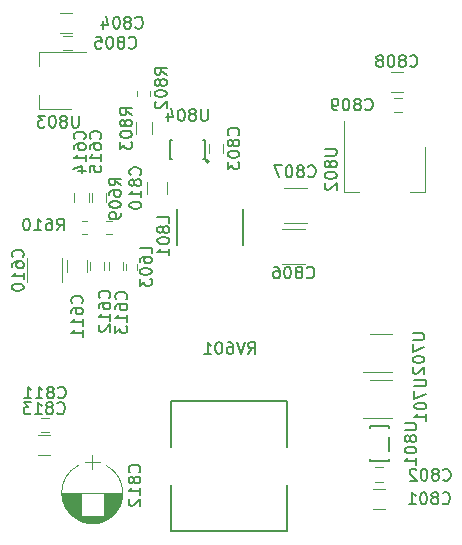
<source format=gbr>
G04 #@! TF.FileFunction,Legend,Bot*
%FSLAX46Y46*%
G04 Gerber Fmt 4.6, Leading zero omitted, Abs format (unit mm)*
G04 Created by KiCad (PCBNEW 4.0.7) date Thu Apr 12 17:40:15 2018*
%MOMM*%
%LPD*%
G01*
G04 APERTURE LIST*
%ADD10C,0.100000*%
%ADD11C,0.120000*%
%ADD12C,0.150000*%
G04 APERTURE END LIST*
D10*
D11*
X103470000Y-143300000D02*
X103470000Y-141300000D01*
X106430000Y-141300000D02*
X106430000Y-143300000D01*
X106800000Y-142450000D02*
X106800000Y-141450000D01*
X108500000Y-141450000D02*
X108500000Y-142450000D01*
X108750000Y-141600000D02*
X108750000Y-142300000D01*
X109950000Y-142300000D02*
X109950000Y-141600000D01*
X110350000Y-141600000D02*
X110350000Y-142300000D01*
X111550000Y-142300000D02*
X111550000Y-141600000D01*
X108650000Y-136500000D02*
X108650000Y-135800000D01*
X107450000Y-135800000D02*
X107450000Y-136500000D01*
X110150000Y-136500000D02*
X110150000Y-135800000D01*
X108950000Y-135800000D02*
X108950000Y-136500000D01*
X132750000Y-160850000D02*
X133750000Y-160850000D01*
X133750000Y-162550000D02*
X132750000Y-162550000D01*
X133600000Y-159000000D02*
X132900000Y-159000000D01*
X132900000Y-160200000D02*
X133600000Y-160200000D01*
X118800000Y-131650000D02*
X118800000Y-132350000D01*
X120000000Y-132350000D02*
X120000000Y-131650000D01*
X106250000Y-120550000D02*
X107250000Y-120550000D01*
X107250000Y-122250000D02*
X106250000Y-122250000D01*
X107200000Y-122500000D02*
X106500000Y-122500000D01*
X106500000Y-123700000D02*
X107200000Y-123700000D01*
X127000000Y-141780000D02*
X125000000Y-141780000D01*
X125000000Y-138820000D02*
X127000000Y-138820000D01*
X127150000Y-138330000D02*
X125150000Y-138330000D01*
X125150000Y-135370000D02*
X127150000Y-135370000D01*
X134250000Y-125550000D02*
X135250000Y-125550000D01*
X135250000Y-127250000D02*
X134250000Y-127250000D01*
X135200000Y-127750000D02*
X134500000Y-127750000D01*
X134500000Y-128950000D02*
X135200000Y-128950000D01*
X113550000Y-135850000D02*
X113550000Y-134850000D01*
X115250000Y-134850000D02*
X115250000Y-135850000D01*
X104600000Y-156000000D02*
X105300000Y-156000000D01*
X105300000Y-154800000D02*
X104600000Y-154800000D01*
X107770277Y-163455722D02*
G75*
G02X107770000Y-158844420I1179723J2305722D01*
G01*
X110129723Y-163455722D02*
G75*
G03X110130000Y-158844420I-1179723J2305722D01*
G01*
X110129723Y-163455722D02*
G75*
G02X107770000Y-163455580I-1179723J2305722D01*
G01*
X106400000Y-161150000D02*
X111500000Y-161150000D01*
X106400000Y-161190000D02*
X107970000Y-161190000D01*
X109930000Y-161190000D02*
X111500000Y-161190000D01*
X106401000Y-161230000D02*
X107970000Y-161230000D01*
X109930000Y-161230000D02*
X111499000Y-161230000D01*
X106402000Y-161270000D02*
X107970000Y-161270000D01*
X109930000Y-161270000D02*
X111498000Y-161270000D01*
X106404000Y-161310000D02*
X107970000Y-161310000D01*
X109930000Y-161310000D02*
X111496000Y-161310000D01*
X106407000Y-161350000D02*
X107970000Y-161350000D01*
X109930000Y-161350000D02*
X111493000Y-161350000D01*
X106411000Y-161390000D02*
X107970000Y-161390000D01*
X109930000Y-161390000D02*
X111489000Y-161390000D01*
X106415000Y-161430000D02*
X107970000Y-161430000D01*
X109930000Y-161430000D02*
X111485000Y-161430000D01*
X106419000Y-161470000D02*
X107970000Y-161470000D01*
X109930000Y-161470000D02*
X111481000Y-161470000D01*
X106425000Y-161510000D02*
X107970000Y-161510000D01*
X109930000Y-161510000D02*
X111475000Y-161510000D01*
X106431000Y-161550000D02*
X107970000Y-161550000D01*
X109930000Y-161550000D02*
X111469000Y-161550000D01*
X106437000Y-161590000D02*
X107970000Y-161590000D01*
X109930000Y-161590000D02*
X111463000Y-161590000D01*
X106444000Y-161630000D02*
X107970000Y-161630000D01*
X109930000Y-161630000D02*
X111456000Y-161630000D01*
X106452000Y-161670000D02*
X107970000Y-161670000D01*
X109930000Y-161670000D02*
X111448000Y-161670000D01*
X106461000Y-161710000D02*
X107970000Y-161710000D01*
X109930000Y-161710000D02*
X111439000Y-161710000D01*
X106470000Y-161750000D02*
X107970000Y-161750000D01*
X109930000Y-161750000D02*
X111430000Y-161750000D01*
X106480000Y-161790000D02*
X107970000Y-161790000D01*
X109930000Y-161790000D02*
X111420000Y-161790000D01*
X106490000Y-161830000D02*
X107970000Y-161830000D01*
X109930000Y-161830000D02*
X111410000Y-161830000D01*
X106502000Y-161871000D02*
X107970000Y-161871000D01*
X109930000Y-161871000D02*
X111398000Y-161871000D01*
X106514000Y-161911000D02*
X107970000Y-161911000D01*
X109930000Y-161911000D02*
X111386000Y-161911000D01*
X106526000Y-161951000D02*
X107970000Y-161951000D01*
X109930000Y-161951000D02*
X111374000Y-161951000D01*
X106540000Y-161991000D02*
X107970000Y-161991000D01*
X109930000Y-161991000D02*
X111360000Y-161991000D01*
X106554000Y-162031000D02*
X107970000Y-162031000D01*
X109930000Y-162031000D02*
X111346000Y-162031000D01*
X106568000Y-162071000D02*
X107970000Y-162071000D01*
X109930000Y-162071000D02*
X111332000Y-162071000D01*
X106584000Y-162111000D02*
X107970000Y-162111000D01*
X109930000Y-162111000D02*
X111316000Y-162111000D01*
X106600000Y-162151000D02*
X107970000Y-162151000D01*
X109930000Y-162151000D02*
X111300000Y-162151000D01*
X106617000Y-162191000D02*
X107970000Y-162191000D01*
X109930000Y-162191000D02*
X111283000Y-162191000D01*
X106635000Y-162231000D02*
X107970000Y-162231000D01*
X109930000Y-162231000D02*
X111265000Y-162231000D01*
X106654000Y-162271000D02*
X107970000Y-162271000D01*
X109930000Y-162271000D02*
X111246000Y-162271000D01*
X106674000Y-162311000D02*
X107970000Y-162311000D01*
X109930000Y-162311000D02*
X111226000Y-162311000D01*
X106694000Y-162351000D02*
X107970000Y-162351000D01*
X109930000Y-162351000D02*
X111206000Y-162351000D01*
X106716000Y-162391000D02*
X107970000Y-162391000D01*
X109930000Y-162391000D02*
X111184000Y-162391000D01*
X106738000Y-162431000D02*
X107970000Y-162431000D01*
X109930000Y-162431000D02*
X111162000Y-162431000D01*
X106761000Y-162471000D02*
X107970000Y-162471000D01*
X109930000Y-162471000D02*
X111139000Y-162471000D01*
X106785000Y-162511000D02*
X107970000Y-162511000D01*
X109930000Y-162511000D02*
X111115000Y-162511000D01*
X106810000Y-162551000D02*
X107970000Y-162551000D01*
X109930000Y-162551000D02*
X111090000Y-162551000D01*
X106837000Y-162591000D02*
X107970000Y-162591000D01*
X109930000Y-162591000D02*
X111063000Y-162591000D01*
X106864000Y-162631000D02*
X107970000Y-162631000D01*
X109930000Y-162631000D02*
X111036000Y-162631000D01*
X106892000Y-162671000D02*
X107970000Y-162671000D01*
X109930000Y-162671000D02*
X111008000Y-162671000D01*
X106922000Y-162711000D02*
X107970000Y-162711000D01*
X109930000Y-162711000D02*
X110978000Y-162711000D01*
X106953000Y-162751000D02*
X107970000Y-162751000D01*
X109930000Y-162751000D02*
X110947000Y-162751000D01*
X106985000Y-162791000D02*
X107970000Y-162791000D01*
X109930000Y-162791000D02*
X110915000Y-162791000D01*
X107018000Y-162831000D02*
X107970000Y-162831000D01*
X109930000Y-162831000D02*
X110882000Y-162831000D01*
X107053000Y-162871000D02*
X107970000Y-162871000D01*
X109930000Y-162871000D02*
X110847000Y-162871000D01*
X107089000Y-162911000D02*
X107970000Y-162911000D01*
X109930000Y-162911000D02*
X110811000Y-162911000D01*
X107127000Y-162951000D02*
X107970000Y-162951000D01*
X109930000Y-162951000D02*
X110773000Y-162951000D01*
X107167000Y-162991000D02*
X107970000Y-162991000D01*
X109930000Y-162991000D02*
X110733000Y-162991000D01*
X107208000Y-163031000D02*
X107970000Y-163031000D01*
X109930000Y-163031000D02*
X110692000Y-163031000D01*
X107251000Y-163071000D02*
X107970000Y-163071000D01*
X109930000Y-163071000D02*
X110649000Y-163071000D01*
X107296000Y-163111000D02*
X107970000Y-163111000D01*
X109930000Y-163111000D02*
X110604000Y-163111000D01*
X107344000Y-163151000D02*
X110556000Y-163151000D01*
X107394000Y-163191000D02*
X110506000Y-163191000D01*
X107446000Y-163231000D02*
X110454000Y-163231000D01*
X107502000Y-163271000D02*
X110398000Y-163271000D01*
X107560000Y-163311000D02*
X110340000Y-163311000D01*
X107623000Y-163351000D02*
X110277000Y-163351000D01*
X107689000Y-163391000D02*
X110211000Y-163391000D01*
X107761000Y-163431000D02*
X110139000Y-163431000D01*
X107838000Y-163471000D02*
X110062000Y-163471000D01*
X107922000Y-163511000D02*
X109978000Y-163511000D01*
X108016000Y-163551000D02*
X109884000Y-163551000D01*
X108121000Y-163591000D02*
X109779000Y-163591000D01*
X108243000Y-163631000D02*
X109657000Y-163631000D01*
X108391000Y-163671000D02*
X109509000Y-163671000D01*
X108596000Y-163711000D02*
X109304000Y-163711000D01*
X108950000Y-157950000D02*
X108950000Y-159150000D01*
X108300000Y-158550000D02*
X109600000Y-158550000D01*
X105400000Y-157950000D02*
X104400000Y-157950000D01*
X104400000Y-156250000D02*
X105400000Y-156250000D01*
X112720000Y-141750000D02*
X112720000Y-142250000D01*
X111780000Y-142250000D02*
X111780000Y-141750000D01*
D12*
X121750000Y-140150000D02*
X121750000Y-137150000D01*
X116150000Y-137150000D02*
X116150000Y-140150000D01*
D11*
X110150000Y-138170000D02*
X110650000Y-138170000D01*
X110650000Y-139230000D02*
X110150000Y-139230000D01*
X108050000Y-138170000D02*
X108550000Y-138170000D01*
X108550000Y-139230000D02*
X108050000Y-139230000D01*
X112770000Y-127600000D02*
X112770000Y-127100000D01*
X113830000Y-127100000D02*
X113830000Y-127600000D01*
X113980000Y-130800000D02*
X113980000Y-129800000D01*
X112620000Y-129800000D02*
X112620000Y-130800000D01*
D12*
X115650000Y-153400000D02*
X115650000Y-157300000D01*
X125450000Y-153400000D02*
X115650000Y-153400000D01*
X125450000Y-157300000D02*
X125450000Y-153400000D01*
X125450000Y-164400000D02*
X125450000Y-160500000D01*
X115650000Y-164400000D02*
X125450000Y-164400000D01*
X115650000Y-160500000D02*
X115650000Y-164400000D01*
D11*
X132500000Y-151590000D02*
X134300000Y-151590000D01*
X134300000Y-154810000D02*
X131850000Y-154810000D01*
X132500000Y-147690000D02*
X134300000Y-147690000D01*
X134300000Y-150910000D02*
X131850000Y-150910000D01*
D12*
X134050000Y-157600000D02*
X134050000Y-156400000D01*
X132450000Y-155500000D02*
X132450000Y-155700000D01*
X134050000Y-155500000D02*
X132450000Y-155500000D01*
X134050000Y-155700000D02*
X134050000Y-155500000D01*
X132450000Y-158500000D02*
X132450000Y-158300000D01*
X134050000Y-158500000D02*
X132450000Y-158500000D01*
X134050000Y-158300000D02*
X134050000Y-158500000D01*
D11*
X104450000Y-127450000D02*
X104450000Y-128650000D01*
X104450000Y-128650000D02*
X107150000Y-128650000D01*
X108450000Y-123850000D02*
X104450000Y-123850000D01*
X104450000Y-123850000D02*
X104450000Y-125050000D01*
D12*
X118841421Y-133081000D02*
G75*
G03X118841421Y-133081000I-141421J0D01*
G01*
X115500000Y-132881000D02*
X115700000Y-132881000D01*
X115500000Y-131281000D02*
X115500000Y-132881000D01*
X115700000Y-131281000D02*
X115500000Y-131281000D01*
X118300000Y-131281000D02*
X118500000Y-131281000D01*
X118500000Y-132881000D02*
X118300000Y-132881000D01*
X118500000Y-131281000D02*
X118500000Y-132881000D01*
D11*
X137110000Y-135660000D02*
X135850000Y-135660000D01*
X130290000Y-135660000D02*
X131550000Y-135660000D01*
X137110000Y-131900000D02*
X137110000Y-135660000D01*
X130290000Y-129650000D02*
X130290000Y-135660000D01*
D12*
X103057143Y-141180953D02*
X103104762Y-141133334D01*
X103152381Y-140990477D01*
X103152381Y-140895239D01*
X103104762Y-140752381D01*
X103009524Y-140657143D01*
X102914286Y-140609524D01*
X102723810Y-140561905D01*
X102580952Y-140561905D01*
X102390476Y-140609524D01*
X102295238Y-140657143D01*
X102200000Y-140752381D01*
X102152381Y-140895239D01*
X102152381Y-140990477D01*
X102200000Y-141133334D01*
X102247619Y-141180953D01*
X102152381Y-142038096D02*
X102152381Y-141847619D01*
X102200000Y-141752381D01*
X102247619Y-141704762D01*
X102390476Y-141609524D01*
X102580952Y-141561905D01*
X102961905Y-141561905D01*
X103057143Y-141609524D01*
X103104762Y-141657143D01*
X103152381Y-141752381D01*
X103152381Y-141942858D01*
X103104762Y-142038096D01*
X103057143Y-142085715D01*
X102961905Y-142133334D01*
X102723810Y-142133334D01*
X102628571Y-142085715D01*
X102580952Y-142038096D01*
X102533333Y-141942858D01*
X102533333Y-141752381D01*
X102580952Y-141657143D01*
X102628571Y-141609524D01*
X102723810Y-141561905D01*
X103152381Y-143085715D02*
X103152381Y-142514286D01*
X103152381Y-142800000D02*
X102152381Y-142800000D01*
X102295238Y-142704762D01*
X102390476Y-142609524D01*
X102438095Y-142514286D01*
X102152381Y-143704762D02*
X102152381Y-143800001D01*
X102200000Y-143895239D01*
X102247619Y-143942858D01*
X102342857Y-143990477D01*
X102533333Y-144038096D01*
X102771429Y-144038096D01*
X102961905Y-143990477D01*
X103057143Y-143942858D01*
X103104762Y-143895239D01*
X103152381Y-143800001D01*
X103152381Y-143704762D01*
X103104762Y-143609524D01*
X103057143Y-143561905D01*
X102961905Y-143514286D01*
X102771429Y-143466667D01*
X102533333Y-143466667D01*
X102342857Y-143514286D01*
X102247619Y-143561905D01*
X102200000Y-143609524D01*
X102152381Y-143704762D01*
X108065843Y-145096053D02*
X108113462Y-145048434D01*
X108161081Y-144905577D01*
X108161081Y-144810339D01*
X108113462Y-144667481D01*
X108018224Y-144572243D01*
X107922986Y-144524624D01*
X107732510Y-144477005D01*
X107589652Y-144477005D01*
X107399176Y-144524624D01*
X107303938Y-144572243D01*
X107208700Y-144667481D01*
X107161081Y-144810339D01*
X107161081Y-144905577D01*
X107208700Y-145048434D01*
X107256319Y-145096053D01*
X107161081Y-145953196D02*
X107161081Y-145762719D01*
X107208700Y-145667481D01*
X107256319Y-145619862D01*
X107399176Y-145524624D01*
X107589652Y-145477005D01*
X107970605Y-145477005D01*
X108065843Y-145524624D01*
X108113462Y-145572243D01*
X108161081Y-145667481D01*
X108161081Y-145857958D01*
X108113462Y-145953196D01*
X108065843Y-146000815D01*
X107970605Y-146048434D01*
X107732510Y-146048434D01*
X107637271Y-146000815D01*
X107589652Y-145953196D01*
X107542033Y-145857958D01*
X107542033Y-145667481D01*
X107589652Y-145572243D01*
X107637271Y-145524624D01*
X107732510Y-145477005D01*
X108161081Y-147000815D02*
X108161081Y-146429386D01*
X108161081Y-146715100D02*
X107161081Y-146715100D01*
X107303938Y-146619862D01*
X107399176Y-146524624D01*
X107446795Y-146429386D01*
X108161081Y-147953196D02*
X108161081Y-147381767D01*
X108161081Y-147667481D02*
X107161081Y-147667481D01*
X107303938Y-147572243D01*
X107399176Y-147477005D01*
X107446795Y-147381767D01*
X110402643Y-144664253D02*
X110450262Y-144616634D01*
X110497881Y-144473777D01*
X110497881Y-144378539D01*
X110450262Y-144235681D01*
X110355024Y-144140443D01*
X110259786Y-144092824D01*
X110069310Y-144045205D01*
X109926452Y-144045205D01*
X109735976Y-144092824D01*
X109640738Y-144140443D01*
X109545500Y-144235681D01*
X109497881Y-144378539D01*
X109497881Y-144473777D01*
X109545500Y-144616634D01*
X109593119Y-144664253D01*
X109497881Y-145521396D02*
X109497881Y-145330919D01*
X109545500Y-145235681D01*
X109593119Y-145188062D01*
X109735976Y-145092824D01*
X109926452Y-145045205D01*
X110307405Y-145045205D01*
X110402643Y-145092824D01*
X110450262Y-145140443D01*
X110497881Y-145235681D01*
X110497881Y-145426158D01*
X110450262Y-145521396D01*
X110402643Y-145569015D01*
X110307405Y-145616634D01*
X110069310Y-145616634D01*
X109974071Y-145569015D01*
X109926452Y-145521396D01*
X109878833Y-145426158D01*
X109878833Y-145235681D01*
X109926452Y-145140443D01*
X109974071Y-145092824D01*
X110069310Y-145045205D01*
X110497881Y-146569015D02*
X110497881Y-145997586D01*
X110497881Y-146283300D02*
X109497881Y-146283300D01*
X109640738Y-146188062D01*
X109735976Y-146092824D01*
X109783595Y-145997586D01*
X109593119Y-146949967D02*
X109545500Y-146997586D01*
X109497881Y-147092824D01*
X109497881Y-147330920D01*
X109545500Y-147426158D01*
X109593119Y-147473777D01*
X109688357Y-147521396D01*
X109783595Y-147521396D01*
X109926452Y-147473777D01*
X110497881Y-146902348D01*
X110497881Y-147521396D01*
X111812343Y-144753153D02*
X111859962Y-144705534D01*
X111907581Y-144562677D01*
X111907581Y-144467439D01*
X111859962Y-144324581D01*
X111764724Y-144229343D01*
X111669486Y-144181724D01*
X111479010Y-144134105D01*
X111336152Y-144134105D01*
X111145676Y-144181724D01*
X111050438Y-144229343D01*
X110955200Y-144324581D01*
X110907581Y-144467439D01*
X110907581Y-144562677D01*
X110955200Y-144705534D01*
X111002819Y-144753153D01*
X110907581Y-145610296D02*
X110907581Y-145419819D01*
X110955200Y-145324581D01*
X111002819Y-145276962D01*
X111145676Y-145181724D01*
X111336152Y-145134105D01*
X111717105Y-145134105D01*
X111812343Y-145181724D01*
X111859962Y-145229343D01*
X111907581Y-145324581D01*
X111907581Y-145515058D01*
X111859962Y-145610296D01*
X111812343Y-145657915D01*
X111717105Y-145705534D01*
X111479010Y-145705534D01*
X111383771Y-145657915D01*
X111336152Y-145610296D01*
X111288533Y-145515058D01*
X111288533Y-145324581D01*
X111336152Y-145229343D01*
X111383771Y-145181724D01*
X111479010Y-145134105D01*
X111907581Y-146657915D02*
X111907581Y-146086486D01*
X111907581Y-146372200D02*
X110907581Y-146372200D01*
X111050438Y-146276962D01*
X111145676Y-146181724D01*
X111193295Y-146086486D01*
X110907581Y-146991248D02*
X110907581Y-147610296D01*
X111288533Y-147276962D01*
X111288533Y-147419820D01*
X111336152Y-147515058D01*
X111383771Y-147562677D01*
X111479010Y-147610296D01*
X111717105Y-147610296D01*
X111812343Y-147562677D01*
X111859962Y-147515058D01*
X111907581Y-147419820D01*
X111907581Y-147134105D01*
X111859962Y-147038867D01*
X111812343Y-146991248D01*
X108294443Y-131189553D02*
X108342062Y-131141934D01*
X108389681Y-130999077D01*
X108389681Y-130903839D01*
X108342062Y-130760981D01*
X108246824Y-130665743D01*
X108151586Y-130618124D01*
X107961110Y-130570505D01*
X107818252Y-130570505D01*
X107627776Y-130618124D01*
X107532538Y-130665743D01*
X107437300Y-130760981D01*
X107389681Y-130903839D01*
X107389681Y-130999077D01*
X107437300Y-131141934D01*
X107484919Y-131189553D01*
X107389681Y-132046696D02*
X107389681Y-131856219D01*
X107437300Y-131760981D01*
X107484919Y-131713362D01*
X107627776Y-131618124D01*
X107818252Y-131570505D01*
X108199205Y-131570505D01*
X108294443Y-131618124D01*
X108342062Y-131665743D01*
X108389681Y-131760981D01*
X108389681Y-131951458D01*
X108342062Y-132046696D01*
X108294443Y-132094315D01*
X108199205Y-132141934D01*
X107961110Y-132141934D01*
X107865871Y-132094315D01*
X107818252Y-132046696D01*
X107770633Y-131951458D01*
X107770633Y-131760981D01*
X107818252Y-131665743D01*
X107865871Y-131618124D01*
X107961110Y-131570505D01*
X108389681Y-133094315D02*
X108389681Y-132522886D01*
X108389681Y-132808600D02*
X107389681Y-132808600D01*
X107532538Y-132713362D01*
X107627776Y-132618124D01*
X107675395Y-132522886D01*
X107723014Y-133951458D02*
X108389681Y-133951458D01*
X107342062Y-133713362D02*
X108056348Y-133475267D01*
X108056348Y-134094315D01*
X109640643Y-131164153D02*
X109688262Y-131116534D01*
X109735881Y-130973677D01*
X109735881Y-130878439D01*
X109688262Y-130735581D01*
X109593024Y-130640343D01*
X109497786Y-130592724D01*
X109307310Y-130545105D01*
X109164452Y-130545105D01*
X108973976Y-130592724D01*
X108878738Y-130640343D01*
X108783500Y-130735581D01*
X108735881Y-130878439D01*
X108735881Y-130973677D01*
X108783500Y-131116534D01*
X108831119Y-131164153D01*
X108735881Y-132021296D02*
X108735881Y-131830819D01*
X108783500Y-131735581D01*
X108831119Y-131687962D01*
X108973976Y-131592724D01*
X109164452Y-131545105D01*
X109545405Y-131545105D01*
X109640643Y-131592724D01*
X109688262Y-131640343D01*
X109735881Y-131735581D01*
X109735881Y-131926058D01*
X109688262Y-132021296D01*
X109640643Y-132068915D01*
X109545405Y-132116534D01*
X109307310Y-132116534D01*
X109212071Y-132068915D01*
X109164452Y-132021296D01*
X109116833Y-131926058D01*
X109116833Y-131735581D01*
X109164452Y-131640343D01*
X109212071Y-131592724D01*
X109307310Y-131545105D01*
X109735881Y-133068915D02*
X109735881Y-132497486D01*
X109735881Y-132783200D02*
X108735881Y-132783200D01*
X108878738Y-132687962D01*
X108973976Y-132592724D01*
X109021595Y-132497486D01*
X108735881Y-133973677D02*
X108735881Y-133497486D01*
X109212071Y-133449867D01*
X109164452Y-133497486D01*
X109116833Y-133592724D01*
X109116833Y-133830820D01*
X109164452Y-133926058D01*
X109212071Y-133973677D01*
X109307310Y-134021296D01*
X109545405Y-134021296D01*
X109640643Y-133973677D01*
X109688262Y-133926058D01*
X109735881Y-133830820D01*
X109735881Y-133592724D01*
X109688262Y-133497486D01*
X109640643Y-133449867D01*
X138621947Y-162015443D02*
X138669566Y-162063062D01*
X138812423Y-162110681D01*
X138907661Y-162110681D01*
X139050519Y-162063062D01*
X139145757Y-161967824D01*
X139193376Y-161872586D01*
X139240995Y-161682110D01*
X139240995Y-161539252D01*
X139193376Y-161348776D01*
X139145757Y-161253538D01*
X139050519Y-161158300D01*
X138907661Y-161110681D01*
X138812423Y-161110681D01*
X138669566Y-161158300D01*
X138621947Y-161205919D01*
X138050519Y-161539252D02*
X138145757Y-161491633D01*
X138193376Y-161444014D01*
X138240995Y-161348776D01*
X138240995Y-161301157D01*
X138193376Y-161205919D01*
X138145757Y-161158300D01*
X138050519Y-161110681D01*
X137860042Y-161110681D01*
X137764804Y-161158300D01*
X137717185Y-161205919D01*
X137669566Y-161301157D01*
X137669566Y-161348776D01*
X137717185Y-161444014D01*
X137764804Y-161491633D01*
X137860042Y-161539252D01*
X138050519Y-161539252D01*
X138145757Y-161586871D01*
X138193376Y-161634490D01*
X138240995Y-161729729D01*
X138240995Y-161920205D01*
X138193376Y-162015443D01*
X138145757Y-162063062D01*
X138050519Y-162110681D01*
X137860042Y-162110681D01*
X137764804Y-162063062D01*
X137717185Y-162015443D01*
X137669566Y-161920205D01*
X137669566Y-161729729D01*
X137717185Y-161634490D01*
X137764804Y-161586871D01*
X137860042Y-161539252D01*
X137050519Y-161110681D02*
X136955280Y-161110681D01*
X136860042Y-161158300D01*
X136812423Y-161205919D01*
X136764804Y-161301157D01*
X136717185Y-161491633D01*
X136717185Y-161729729D01*
X136764804Y-161920205D01*
X136812423Y-162015443D01*
X136860042Y-162063062D01*
X136955280Y-162110681D01*
X137050519Y-162110681D01*
X137145757Y-162063062D01*
X137193376Y-162015443D01*
X137240995Y-161920205D01*
X137288614Y-161729729D01*
X137288614Y-161491633D01*
X137240995Y-161301157D01*
X137193376Y-161205919D01*
X137145757Y-161158300D01*
X137050519Y-161110681D01*
X135764804Y-162110681D02*
X136336233Y-162110681D01*
X136050519Y-162110681D02*
X136050519Y-161110681D01*
X136145757Y-161253538D01*
X136240995Y-161348776D01*
X136336233Y-161396395D01*
X138672747Y-160034243D02*
X138720366Y-160081862D01*
X138863223Y-160129481D01*
X138958461Y-160129481D01*
X139101319Y-160081862D01*
X139196557Y-159986624D01*
X139244176Y-159891386D01*
X139291795Y-159700910D01*
X139291795Y-159558052D01*
X139244176Y-159367576D01*
X139196557Y-159272338D01*
X139101319Y-159177100D01*
X138958461Y-159129481D01*
X138863223Y-159129481D01*
X138720366Y-159177100D01*
X138672747Y-159224719D01*
X138101319Y-159558052D02*
X138196557Y-159510433D01*
X138244176Y-159462814D01*
X138291795Y-159367576D01*
X138291795Y-159319957D01*
X138244176Y-159224719D01*
X138196557Y-159177100D01*
X138101319Y-159129481D01*
X137910842Y-159129481D01*
X137815604Y-159177100D01*
X137767985Y-159224719D01*
X137720366Y-159319957D01*
X137720366Y-159367576D01*
X137767985Y-159462814D01*
X137815604Y-159510433D01*
X137910842Y-159558052D01*
X138101319Y-159558052D01*
X138196557Y-159605671D01*
X138244176Y-159653290D01*
X138291795Y-159748529D01*
X138291795Y-159939005D01*
X138244176Y-160034243D01*
X138196557Y-160081862D01*
X138101319Y-160129481D01*
X137910842Y-160129481D01*
X137815604Y-160081862D01*
X137767985Y-160034243D01*
X137720366Y-159939005D01*
X137720366Y-159748529D01*
X137767985Y-159653290D01*
X137815604Y-159605671D01*
X137910842Y-159558052D01*
X137101319Y-159129481D02*
X137006080Y-159129481D01*
X136910842Y-159177100D01*
X136863223Y-159224719D01*
X136815604Y-159319957D01*
X136767985Y-159510433D01*
X136767985Y-159748529D01*
X136815604Y-159939005D01*
X136863223Y-160034243D01*
X136910842Y-160081862D01*
X137006080Y-160129481D01*
X137101319Y-160129481D01*
X137196557Y-160081862D01*
X137244176Y-160034243D01*
X137291795Y-159939005D01*
X137339414Y-159748529D01*
X137339414Y-159510433D01*
X137291795Y-159319957D01*
X137244176Y-159224719D01*
X137196557Y-159177100D01*
X137101319Y-159129481D01*
X136387033Y-159224719D02*
X136339414Y-159177100D01*
X136244176Y-159129481D01*
X136006080Y-159129481D01*
X135910842Y-159177100D01*
X135863223Y-159224719D01*
X135815604Y-159319957D01*
X135815604Y-159415195D01*
X135863223Y-159558052D01*
X136434652Y-160129481D01*
X135815604Y-160129481D01*
X121311943Y-130872053D02*
X121359562Y-130824434D01*
X121407181Y-130681577D01*
X121407181Y-130586339D01*
X121359562Y-130443481D01*
X121264324Y-130348243D01*
X121169086Y-130300624D01*
X120978610Y-130253005D01*
X120835752Y-130253005D01*
X120645276Y-130300624D01*
X120550038Y-130348243D01*
X120454800Y-130443481D01*
X120407181Y-130586339D01*
X120407181Y-130681577D01*
X120454800Y-130824434D01*
X120502419Y-130872053D01*
X120835752Y-131443481D02*
X120788133Y-131348243D01*
X120740514Y-131300624D01*
X120645276Y-131253005D01*
X120597657Y-131253005D01*
X120502419Y-131300624D01*
X120454800Y-131348243D01*
X120407181Y-131443481D01*
X120407181Y-131633958D01*
X120454800Y-131729196D01*
X120502419Y-131776815D01*
X120597657Y-131824434D01*
X120645276Y-131824434D01*
X120740514Y-131776815D01*
X120788133Y-131729196D01*
X120835752Y-131633958D01*
X120835752Y-131443481D01*
X120883371Y-131348243D01*
X120930990Y-131300624D01*
X121026229Y-131253005D01*
X121216705Y-131253005D01*
X121311943Y-131300624D01*
X121359562Y-131348243D01*
X121407181Y-131443481D01*
X121407181Y-131633958D01*
X121359562Y-131729196D01*
X121311943Y-131776815D01*
X121216705Y-131824434D01*
X121026229Y-131824434D01*
X120930990Y-131776815D01*
X120883371Y-131729196D01*
X120835752Y-131633958D01*
X120407181Y-132443481D02*
X120407181Y-132538720D01*
X120454800Y-132633958D01*
X120502419Y-132681577D01*
X120597657Y-132729196D01*
X120788133Y-132776815D01*
X121026229Y-132776815D01*
X121216705Y-132729196D01*
X121311943Y-132681577D01*
X121359562Y-132633958D01*
X121407181Y-132538720D01*
X121407181Y-132443481D01*
X121359562Y-132348243D01*
X121311943Y-132300624D01*
X121216705Y-132253005D01*
X121026229Y-132205386D01*
X120788133Y-132205386D01*
X120597657Y-132253005D01*
X120502419Y-132300624D01*
X120454800Y-132348243D01*
X120407181Y-132443481D01*
X120407181Y-133110148D02*
X120407181Y-133729196D01*
X120788133Y-133395862D01*
X120788133Y-133538720D01*
X120835752Y-133633958D01*
X120883371Y-133681577D01*
X120978610Y-133729196D01*
X121216705Y-133729196D01*
X121311943Y-133681577D01*
X121359562Y-133633958D01*
X121407181Y-133538720D01*
X121407181Y-133253005D01*
X121359562Y-133157767D01*
X121311943Y-133110148D01*
X112612347Y-121756443D02*
X112659966Y-121804062D01*
X112802823Y-121851681D01*
X112898061Y-121851681D01*
X113040919Y-121804062D01*
X113136157Y-121708824D01*
X113183776Y-121613586D01*
X113231395Y-121423110D01*
X113231395Y-121280252D01*
X113183776Y-121089776D01*
X113136157Y-120994538D01*
X113040919Y-120899300D01*
X112898061Y-120851681D01*
X112802823Y-120851681D01*
X112659966Y-120899300D01*
X112612347Y-120946919D01*
X112040919Y-121280252D02*
X112136157Y-121232633D01*
X112183776Y-121185014D01*
X112231395Y-121089776D01*
X112231395Y-121042157D01*
X112183776Y-120946919D01*
X112136157Y-120899300D01*
X112040919Y-120851681D01*
X111850442Y-120851681D01*
X111755204Y-120899300D01*
X111707585Y-120946919D01*
X111659966Y-121042157D01*
X111659966Y-121089776D01*
X111707585Y-121185014D01*
X111755204Y-121232633D01*
X111850442Y-121280252D01*
X112040919Y-121280252D01*
X112136157Y-121327871D01*
X112183776Y-121375490D01*
X112231395Y-121470729D01*
X112231395Y-121661205D01*
X112183776Y-121756443D01*
X112136157Y-121804062D01*
X112040919Y-121851681D01*
X111850442Y-121851681D01*
X111755204Y-121804062D01*
X111707585Y-121756443D01*
X111659966Y-121661205D01*
X111659966Y-121470729D01*
X111707585Y-121375490D01*
X111755204Y-121327871D01*
X111850442Y-121280252D01*
X111040919Y-120851681D02*
X110945680Y-120851681D01*
X110850442Y-120899300D01*
X110802823Y-120946919D01*
X110755204Y-121042157D01*
X110707585Y-121232633D01*
X110707585Y-121470729D01*
X110755204Y-121661205D01*
X110802823Y-121756443D01*
X110850442Y-121804062D01*
X110945680Y-121851681D01*
X111040919Y-121851681D01*
X111136157Y-121804062D01*
X111183776Y-121756443D01*
X111231395Y-121661205D01*
X111279014Y-121470729D01*
X111279014Y-121232633D01*
X111231395Y-121042157D01*
X111183776Y-120946919D01*
X111136157Y-120899300D01*
X111040919Y-120851681D01*
X109850442Y-121185014D02*
X109850442Y-121851681D01*
X110088538Y-120804062D02*
X110326633Y-121518348D01*
X109707585Y-121518348D01*
X112053547Y-123445543D02*
X112101166Y-123493162D01*
X112244023Y-123540781D01*
X112339261Y-123540781D01*
X112482119Y-123493162D01*
X112577357Y-123397924D01*
X112624976Y-123302686D01*
X112672595Y-123112210D01*
X112672595Y-122969352D01*
X112624976Y-122778876D01*
X112577357Y-122683638D01*
X112482119Y-122588400D01*
X112339261Y-122540781D01*
X112244023Y-122540781D01*
X112101166Y-122588400D01*
X112053547Y-122636019D01*
X111482119Y-122969352D02*
X111577357Y-122921733D01*
X111624976Y-122874114D01*
X111672595Y-122778876D01*
X111672595Y-122731257D01*
X111624976Y-122636019D01*
X111577357Y-122588400D01*
X111482119Y-122540781D01*
X111291642Y-122540781D01*
X111196404Y-122588400D01*
X111148785Y-122636019D01*
X111101166Y-122731257D01*
X111101166Y-122778876D01*
X111148785Y-122874114D01*
X111196404Y-122921733D01*
X111291642Y-122969352D01*
X111482119Y-122969352D01*
X111577357Y-123016971D01*
X111624976Y-123064590D01*
X111672595Y-123159829D01*
X111672595Y-123350305D01*
X111624976Y-123445543D01*
X111577357Y-123493162D01*
X111482119Y-123540781D01*
X111291642Y-123540781D01*
X111196404Y-123493162D01*
X111148785Y-123445543D01*
X111101166Y-123350305D01*
X111101166Y-123159829D01*
X111148785Y-123064590D01*
X111196404Y-123016971D01*
X111291642Y-122969352D01*
X110482119Y-122540781D02*
X110386880Y-122540781D01*
X110291642Y-122588400D01*
X110244023Y-122636019D01*
X110196404Y-122731257D01*
X110148785Y-122921733D01*
X110148785Y-123159829D01*
X110196404Y-123350305D01*
X110244023Y-123445543D01*
X110291642Y-123493162D01*
X110386880Y-123540781D01*
X110482119Y-123540781D01*
X110577357Y-123493162D01*
X110624976Y-123445543D01*
X110672595Y-123350305D01*
X110720214Y-123159829D01*
X110720214Y-122921733D01*
X110672595Y-122731257D01*
X110624976Y-122636019D01*
X110577357Y-122588400D01*
X110482119Y-122540781D01*
X109244023Y-122540781D02*
X109720214Y-122540781D01*
X109767833Y-123016971D01*
X109720214Y-122969352D01*
X109624976Y-122921733D01*
X109386880Y-122921733D01*
X109291642Y-122969352D01*
X109244023Y-123016971D01*
X109196404Y-123112210D01*
X109196404Y-123350305D01*
X109244023Y-123445543D01*
X109291642Y-123493162D01*
X109386880Y-123540781D01*
X109624976Y-123540781D01*
X109720214Y-123493162D01*
X109767833Y-123445543D01*
X127119047Y-142907143D02*
X127166666Y-142954762D01*
X127309523Y-143002381D01*
X127404761Y-143002381D01*
X127547619Y-142954762D01*
X127642857Y-142859524D01*
X127690476Y-142764286D01*
X127738095Y-142573810D01*
X127738095Y-142430952D01*
X127690476Y-142240476D01*
X127642857Y-142145238D01*
X127547619Y-142050000D01*
X127404761Y-142002381D01*
X127309523Y-142002381D01*
X127166666Y-142050000D01*
X127119047Y-142097619D01*
X126547619Y-142430952D02*
X126642857Y-142383333D01*
X126690476Y-142335714D01*
X126738095Y-142240476D01*
X126738095Y-142192857D01*
X126690476Y-142097619D01*
X126642857Y-142050000D01*
X126547619Y-142002381D01*
X126357142Y-142002381D01*
X126261904Y-142050000D01*
X126214285Y-142097619D01*
X126166666Y-142192857D01*
X126166666Y-142240476D01*
X126214285Y-142335714D01*
X126261904Y-142383333D01*
X126357142Y-142430952D01*
X126547619Y-142430952D01*
X126642857Y-142478571D01*
X126690476Y-142526190D01*
X126738095Y-142621429D01*
X126738095Y-142811905D01*
X126690476Y-142907143D01*
X126642857Y-142954762D01*
X126547619Y-143002381D01*
X126357142Y-143002381D01*
X126261904Y-142954762D01*
X126214285Y-142907143D01*
X126166666Y-142811905D01*
X126166666Y-142621429D01*
X126214285Y-142526190D01*
X126261904Y-142478571D01*
X126357142Y-142430952D01*
X125547619Y-142002381D02*
X125452380Y-142002381D01*
X125357142Y-142050000D01*
X125309523Y-142097619D01*
X125261904Y-142192857D01*
X125214285Y-142383333D01*
X125214285Y-142621429D01*
X125261904Y-142811905D01*
X125309523Y-142907143D01*
X125357142Y-142954762D01*
X125452380Y-143002381D01*
X125547619Y-143002381D01*
X125642857Y-142954762D01*
X125690476Y-142907143D01*
X125738095Y-142811905D01*
X125785714Y-142621429D01*
X125785714Y-142383333D01*
X125738095Y-142192857D01*
X125690476Y-142097619D01*
X125642857Y-142050000D01*
X125547619Y-142002381D01*
X124357142Y-142002381D02*
X124547619Y-142002381D01*
X124642857Y-142050000D01*
X124690476Y-142097619D01*
X124785714Y-142240476D01*
X124833333Y-142430952D01*
X124833333Y-142811905D01*
X124785714Y-142907143D01*
X124738095Y-142954762D01*
X124642857Y-143002381D01*
X124452380Y-143002381D01*
X124357142Y-142954762D01*
X124309523Y-142907143D01*
X124261904Y-142811905D01*
X124261904Y-142573810D01*
X124309523Y-142478571D01*
X124357142Y-142430952D01*
X124452380Y-142383333D01*
X124642857Y-142383333D01*
X124738095Y-142430952D01*
X124785714Y-142478571D01*
X124833333Y-142573810D01*
X127242747Y-134342143D02*
X127290366Y-134389762D01*
X127433223Y-134437381D01*
X127528461Y-134437381D01*
X127671319Y-134389762D01*
X127766557Y-134294524D01*
X127814176Y-134199286D01*
X127861795Y-134008810D01*
X127861795Y-133865952D01*
X127814176Y-133675476D01*
X127766557Y-133580238D01*
X127671319Y-133485000D01*
X127528461Y-133437381D01*
X127433223Y-133437381D01*
X127290366Y-133485000D01*
X127242747Y-133532619D01*
X126671319Y-133865952D02*
X126766557Y-133818333D01*
X126814176Y-133770714D01*
X126861795Y-133675476D01*
X126861795Y-133627857D01*
X126814176Y-133532619D01*
X126766557Y-133485000D01*
X126671319Y-133437381D01*
X126480842Y-133437381D01*
X126385604Y-133485000D01*
X126337985Y-133532619D01*
X126290366Y-133627857D01*
X126290366Y-133675476D01*
X126337985Y-133770714D01*
X126385604Y-133818333D01*
X126480842Y-133865952D01*
X126671319Y-133865952D01*
X126766557Y-133913571D01*
X126814176Y-133961190D01*
X126861795Y-134056429D01*
X126861795Y-134246905D01*
X126814176Y-134342143D01*
X126766557Y-134389762D01*
X126671319Y-134437381D01*
X126480842Y-134437381D01*
X126385604Y-134389762D01*
X126337985Y-134342143D01*
X126290366Y-134246905D01*
X126290366Y-134056429D01*
X126337985Y-133961190D01*
X126385604Y-133913571D01*
X126480842Y-133865952D01*
X125671319Y-133437381D02*
X125576080Y-133437381D01*
X125480842Y-133485000D01*
X125433223Y-133532619D01*
X125385604Y-133627857D01*
X125337985Y-133818333D01*
X125337985Y-134056429D01*
X125385604Y-134246905D01*
X125433223Y-134342143D01*
X125480842Y-134389762D01*
X125576080Y-134437381D01*
X125671319Y-134437381D01*
X125766557Y-134389762D01*
X125814176Y-134342143D01*
X125861795Y-134246905D01*
X125909414Y-134056429D01*
X125909414Y-133818333D01*
X125861795Y-133627857D01*
X125814176Y-133532619D01*
X125766557Y-133485000D01*
X125671319Y-133437381D01*
X125004652Y-133437381D02*
X124337985Y-133437381D01*
X124766557Y-134437381D01*
X135869047Y-125007143D02*
X135916666Y-125054762D01*
X136059523Y-125102381D01*
X136154761Y-125102381D01*
X136297619Y-125054762D01*
X136392857Y-124959524D01*
X136440476Y-124864286D01*
X136488095Y-124673810D01*
X136488095Y-124530952D01*
X136440476Y-124340476D01*
X136392857Y-124245238D01*
X136297619Y-124150000D01*
X136154761Y-124102381D01*
X136059523Y-124102381D01*
X135916666Y-124150000D01*
X135869047Y-124197619D01*
X135297619Y-124530952D02*
X135392857Y-124483333D01*
X135440476Y-124435714D01*
X135488095Y-124340476D01*
X135488095Y-124292857D01*
X135440476Y-124197619D01*
X135392857Y-124150000D01*
X135297619Y-124102381D01*
X135107142Y-124102381D01*
X135011904Y-124150000D01*
X134964285Y-124197619D01*
X134916666Y-124292857D01*
X134916666Y-124340476D01*
X134964285Y-124435714D01*
X135011904Y-124483333D01*
X135107142Y-124530952D01*
X135297619Y-124530952D01*
X135392857Y-124578571D01*
X135440476Y-124626190D01*
X135488095Y-124721429D01*
X135488095Y-124911905D01*
X135440476Y-125007143D01*
X135392857Y-125054762D01*
X135297619Y-125102381D01*
X135107142Y-125102381D01*
X135011904Y-125054762D01*
X134964285Y-125007143D01*
X134916666Y-124911905D01*
X134916666Y-124721429D01*
X134964285Y-124626190D01*
X135011904Y-124578571D01*
X135107142Y-124530952D01*
X134297619Y-124102381D02*
X134202380Y-124102381D01*
X134107142Y-124150000D01*
X134059523Y-124197619D01*
X134011904Y-124292857D01*
X133964285Y-124483333D01*
X133964285Y-124721429D01*
X134011904Y-124911905D01*
X134059523Y-125007143D01*
X134107142Y-125054762D01*
X134202380Y-125102381D01*
X134297619Y-125102381D01*
X134392857Y-125054762D01*
X134440476Y-125007143D01*
X134488095Y-124911905D01*
X134535714Y-124721429D01*
X134535714Y-124483333D01*
X134488095Y-124292857D01*
X134440476Y-124197619D01*
X134392857Y-124150000D01*
X134297619Y-124102381D01*
X133392857Y-124530952D02*
X133488095Y-124483333D01*
X133535714Y-124435714D01*
X133583333Y-124340476D01*
X133583333Y-124292857D01*
X133535714Y-124197619D01*
X133488095Y-124150000D01*
X133392857Y-124102381D01*
X133202380Y-124102381D01*
X133107142Y-124150000D01*
X133059523Y-124197619D01*
X133011904Y-124292857D01*
X133011904Y-124340476D01*
X133059523Y-124435714D01*
X133107142Y-124483333D01*
X133202380Y-124530952D01*
X133392857Y-124530952D01*
X133488095Y-124578571D01*
X133535714Y-124626190D01*
X133583333Y-124721429D01*
X133583333Y-124911905D01*
X133535714Y-125007143D01*
X133488095Y-125054762D01*
X133392857Y-125102381D01*
X133202380Y-125102381D01*
X133107142Y-125054762D01*
X133059523Y-125007143D01*
X133011904Y-124911905D01*
X133011904Y-124721429D01*
X133059523Y-124626190D01*
X133107142Y-124578571D01*
X133202380Y-124530952D01*
X132068747Y-128690643D02*
X132116366Y-128738262D01*
X132259223Y-128785881D01*
X132354461Y-128785881D01*
X132497319Y-128738262D01*
X132592557Y-128643024D01*
X132640176Y-128547786D01*
X132687795Y-128357310D01*
X132687795Y-128214452D01*
X132640176Y-128023976D01*
X132592557Y-127928738D01*
X132497319Y-127833500D01*
X132354461Y-127785881D01*
X132259223Y-127785881D01*
X132116366Y-127833500D01*
X132068747Y-127881119D01*
X131497319Y-128214452D02*
X131592557Y-128166833D01*
X131640176Y-128119214D01*
X131687795Y-128023976D01*
X131687795Y-127976357D01*
X131640176Y-127881119D01*
X131592557Y-127833500D01*
X131497319Y-127785881D01*
X131306842Y-127785881D01*
X131211604Y-127833500D01*
X131163985Y-127881119D01*
X131116366Y-127976357D01*
X131116366Y-128023976D01*
X131163985Y-128119214D01*
X131211604Y-128166833D01*
X131306842Y-128214452D01*
X131497319Y-128214452D01*
X131592557Y-128262071D01*
X131640176Y-128309690D01*
X131687795Y-128404929D01*
X131687795Y-128595405D01*
X131640176Y-128690643D01*
X131592557Y-128738262D01*
X131497319Y-128785881D01*
X131306842Y-128785881D01*
X131211604Y-128738262D01*
X131163985Y-128690643D01*
X131116366Y-128595405D01*
X131116366Y-128404929D01*
X131163985Y-128309690D01*
X131211604Y-128262071D01*
X131306842Y-128214452D01*
X130497319Y-127785881D02*
X130402080Y-127785881D01*
X130306842Y-127833500D01*
X130259223Y-127881119D01*
X130211604Y-127976357D01*
X130163985Y-128166833D01*
X130163985Y-128404929D01*
X130211604Y-128595405D01*
X130259223Y-128690643D01*
X130306842Y-128738262D01*
X130402080Y-128785881D01*
X130497319Y-128785881D01*
X130592557Y-128738262D01*
X130640176Y-128690643D01*
X130687795Y-128595405D01*
X130735414Y-128404929D01*
X130735414Y-128166833D01*
X130687795Y-127976357D01*
X130640176Y-127881119D01*
X130592557Y-127833500D01*
X130497319Y-127785881D01*
X129687795Y-128785881D02*
X129497319Y-128785881D01*
X129402080Y-128738262D01*
X129354461Y-128690643D01*
X129259223Y-128547786D01*
X129211604Y-128357310D01*
X129211604Y-127976357D01*
X129259223Y-127881119D01*
X129306842Y-127833500D01*
X129402080Y-127785881D01*
X129592557Y-127785881D01*
X129687795Y-127833500D01*
X129735414Y-127881119D01*
X129783033Y-127976357D01*
X129783033Y-128214452D01*
X129735414Y-128309690D01*
X129687795Y-128357310D01*
X129592557Y-128404929D01*
X129402080Y-128404929D01*
X129306842Y-128357310D01*
X129259223Y-128309690D01*
X129211604Y-128214452D01*
X113007143Y-134230953D02*
X113054762Y-134183334D01*
X113102381Y-134040477D01*
X113102381Y-133945239D01*
X113054762Y-133802381D01*
X112959524Y-133707143D01*
X112864286Y-133659524D01*
X112673810Y-133611905D01*
X112530952Y-133611905D01*
X112340476Y-133659524D01*
X112245238Y-133707143D01*
X112150000Y-133802381D01*
X112102381Y-133945239D01*
X112102381Y-134040477D01*
X112150000Y-134183334D01*
X112197619Y-134230953D01*
X112530952Y-134802381D02*
X112483333Y-134707143D01*
X112435714Y-134659524D01*
X112340476Y-134611905D01*
X112292857Y-134611905D01*
X112197619Y-134659524D01*
X112150000Y-134707143D01*
X112102381Y-134802381D01*
X112102381Y-134992858D01*
X112150000Y-135088096D01*
X112197619Y-135135715D01*
X112292857Y-135183334D01*
X112340476Y-135183334D01*
X112435714Y-135135715D01*
X112483333Y-135088096D01*
X112530952Y-134992858D01*
X112530952Y-134802381D01*
X112578571Y-134707143D01*
X112626190Y-134659524D01*
X112721429Y-134611905D01*
X112911905Y-134611905D01*
X113007143Y-134659524D01*
X113054762Y-134707143D01*
X113102381Y-134802381D01*
X113102381Y-134992858D01*
X113054762Y-135088096D01*
X113007143Y-135135715D01*
X112911905Y-135183334D01*
X112721429Y-135183334D01*
X112626190Y-135135715D01*
X112578571Y-135088096D01*
X112530952Y-134992858D01*
X113102381Y-136135715D02*
X113102381Y-135564286D01*
X113102381Y-135850000D02*
X112102381Y-135850000D01*
X112245238Y-135754762D01*
X112340476Y-135659524D01*
X112388095Y-135564286D01*
X112102381Y-136754762D02*
X112102381Y-136850001D01*
X112150000Y-136945239D01*
X112197619Y-136992858D01*
X112292857Y-137040477D01*
X112483333Y-137088096D01*
X112721429Y-137088096D01*
X112911905Y-137040477D01*
X113007143Y-136992858D01*
X113054762Y-136945239D01*
X113102381Y-136850001D01*
X113102381Y-136754762D01*
X113054762Y-136659524D01*
X113007143Y-136611905D01*
X112911905Y-136564286D01*
X112721429Y-136516667D01*
X112483333Y-136516667D01*
X112292857Y-136564286D01*
X112197619Y-136611905D01*
X112150000Y-136659524D01*
X112102381Y-136754762D01*
X106071847Y-153061943D02*
X106119466Y-153109562D01*
X106262323Y-153157181D01*
X106357561Y-153157181D01*
X106500419Y-153109562D01*
X106595657Y-153014324D01*
X106643276Y-152919086D01*
X106690895Y-152728610D01*
X106690895Y-152585752D01*
X106643276Y-152395276D01*
X106595657Y-152300038D01*
X106500419Y-152204800D01*
X106357561Y-152157181D01*
X106262323Y-152157181D01*
X106119466Y-152204800D01*
X106071847Y-152252419D01*
X105500419Y-152585752D02*
X105595657Y-152538133D01*
X105643276Y-152490514D01*
X105690895Y-152395276D01*
X105690895Y-152347657D01*
X105643276Y-152252419D01*
X105595657Y-152204800D01*
X105500419Y-152157181D01*
X105309942Y-152157181D01*
X105214704Y-152204800D01*
X105167085Y-152252419D01*
X105119466Y-152347657D01*
X105119466Y-152395276D01*
X105167085Y-152490514D01*
X105214704Y-152538133D01*
X105309942Y-152585752D01*
X105500419Y-152585752D01*
X105595657Y-152633371D01*
X105643276Y-152680990D01*
X105690895Y-152776229D01*
X105690895Y-152966705D01*
X105643276Y-153061943D01*
X105595657Y-153109562D01*
X105500419Y-153157181D01*
X105309942Y-153157181D01*
X105214704Y-153109562D01*
X105167085Y-153061943D01*
X105119466Y-152966705D01*
X105119466Y-152776229D01*
X105167085Y-152680990D01*
X105214704Y-152633371D01*
X105309942Y-152585752D01*
X104167085Y-153157181D02*
X104738514Y-153157181D01*
X104452800Y-153157181D02*
X104452800Y-152157181D01*
X104548038Y-152300038D01*
X104643276Y-152395276D01*
X104738514Y-152442895D01*
X103214704Y-153157181D02*
X103786133Y-153157181D01*
X103500419Y-153157181D02*
X103500419Y-152157181D01*
X103595657Y-152300038D01*
X103690895Y-152395276D01*
X103786133Y-152442895D01*
X112929943Y-159408953D02*
X112977562Y-159361334D01*
X113025181Y-159218477D01*
X113025181Y-159123239D01*
X112977562Y-158980381D01*
X112882324Y-158885143D01*
X112787086Y-158837524D01*
X112596610Y-158789905D01*
X112453752Y-158789905D01*
X112263276Y-158837524D01*
X112168038Y-158885143D01*
X112072800Y-158980381D01*
X112025181Y-159123239D01*
X112025181Y-159218477D01*
X112072800Y-159361334D01*
X112120419Y-159408953D01*
X112453752Y-159980381D02*
X112406133Y-159885143D01*
X112358514Y-159837524D01*
X112263276Y-159789905D01*
X112215657Y-159789905D01*
X112120419Y-159837524D01*
X112072800Y-159885143D01*
X112025181Y-159980381D01*
X112025181Y-160170858D01*
X112072800Y-160266096D01*
X112120419Y-160313715D01*
X112215657Y-160361334D01*
X112263276Y-160361334D01*
X112358514Y-160313715D01*
X112406133Y-160266096D01*
X112453752Y-160170858D01*
X112453752Y-159980381D01*
X112501371Y-159885143D01*
X112548990Y-159837524D01*
X112644229Y-159789905D01*
X112834705Y-159789905D01*
X112929943Y-159837524D01*
X112977562Y-159885143D01*
X113025181Y-159980381D01*
X113025181Y-160170858D01*
X112977562Y-160266096D01*
X112929943Y-160313715D01*
X112834705Y-160361334D01*
X112644229Y-160361334D01*
X112548990Y-160313715D01*
X112501371Y-160266096D01*
X112453752Y-160170858D01*
X113025181Y-161313715D02*
X113025181Y-160742286D01*
X113025181Y-161028000D02*
X112025181Y-161028000D01*
X112168038Y-160932762D01*
X112263276Y-160837524D01*
X112310895Y-160742286D01*
X112120419Y-161694667D02*
X112072800Y-161742286D01*
X112025181Y-161837524D01*
X112025181Y-162075620D01*
X112072800Y-162170858D01*
X112120419Y-162218477D01*
X112215657Y-162266096D01*
X112310895Y-162266096D01*
X112453752Y-162218477D01*
X113025181Y-161647048D01*
X113025181Y-162266096D01*
X106008347Y-154395443D02*
X106055966Y-154443062D01*
X106198823Y-154490681D01*
X106294061Y-154490681D01*
X106436919Y-154443062D01*
X106532157Y-154347824D01*
X106579776Y-154252586D01*
X106627395Y-154062110D01*
X106627395Y-153919252D01*
X106579776Y-153728776D01*
X106532157Y-153633538D01*
X106436919Y-153538300D01*
X106294061Y-153490681D01*
X106198823Y-153490681D01*
X106055966Y-153538300D01*
X106008347Y-153585919D01*
X105436919Y-153919252D02*
X105532157Y-153871633D01*
X105579776Y-153824014D01*
X105627395Y-153728776D01*
X105627395Y-153681157D01*
X105579776Y-153585919D01*
X105532157Y-153538300D01*
X105436919Y-153490681D01*
X105246442Y-153490681D01*
X105151204Y-153538300D01*
X105103585Y-153585919D01*
X105055966Y-153681157D01*
X105055966Y-153728776D01*
X105103585Y-153824014D01*
X105151204Y-153871633D01*
X105246442Y-153919252D01*
X105436919Y-153919252D01*
X105532157Y-153966871D01*
X105579776Y-154014490D01*
X105627395Y-154109729D01*
X105627395Y-154300205D01*
X105579776Y-154395443D01*
X105532157Y-154443062D01*
X105436919Y-154490681D01*
X105246442Y-154490681D01*
X105151204Y-154443062D01*
X105103585Y-154395443D01*
X105055966Y-154300205D01*
X105055966Y-154109729D01*
X105103585Y-154014490D01*
X105151204Y-153966871D01*
X105246442Y-153919252D01*
X104103585Y-154490681D02*
X104675014Y-154490681D01*
X104389300Y-154490681D02*
X104389300Y-153490681D01*
X104484538Y-153633538D01*
X104579776Y-153728776D01*
X104675014Y-153776395D01*
X103770252Y-153490681D02*
X103151204Y-153490681D01*
X103484538Y-153871633D01*
X103341680Y-153871633D01*
X103246442Y-153919252D01*
X103198823Y-153966871D01*
X103151204Y-154062110D01*
X103151204Y-154300205D01*
X103198823Y-154395443D01*
X103246442Y-154443062D01*
X103341680Y-154490681D01*
X103627395Y-154490681D01*
X103722633Y-154443062D01*
X103770252Y-154395443D01*
X113972381Y-140880953D02*
X113972381Y-140404762D01*
X112972381Y-140404762D01*
X112972381Y-141642858D02*
X112972381Y-141452381D01*
X113020000Y-141357143D01*
X113067619Y-141309524D01*
X113210476Y-141214286D01*
X113400952Y-141166667D01*
X113781905Y-141166667D01*
X113877143Y-141214286D01*
X113924762Y-141261905D01*
X113972381Y-141357143D01*
X113972381Y-141547620D01*
X113924762Y-141642858D01*
X113877143Y-141690477D01*
X113781905Y-141738096D01*
X113543810Y-141738096D01*
X113448571Y-141690477D01*
X113400952Y-141642858D01*
X113353333Y-141547620D01*
X113353333Y-141357143D01*
X113400952Y-141261905D01*
X113448571Y-141214286D01*
X113543810Y-141166667D01*
X112972381Y-142357143D02*
X112972381Y-142452382D01*
X113020000Y-142547620D01*
X113067619Y-142595239D01*
X113162857Y-142642858D01*
X113353333Y-142690477D01*
X113591429Y-142690477D01*
X113781905Y-142642858D01*
X113877143Y-142595239D01*
X113924762Y-142547620D01*
X113972381Y-142452382D01*
X113972381Y-142357143D01*
X113924762Y-142261905D01*
X113877143Y-142214286D01*
X113781905Y-142166667D01*
X113591429Y-142119048D01*
X113353333Y-142119048D01*
X113162857Y-142166667D01*
X113067619Y-142214286D01*
X113020000Y-142261905D01*
X112972381Y-142357143D01*
X112972381Y-143023810D02*
X112972381Y-143642858D01*
X113353333Y-143309524D01*
X113353333Y-143452382D01*
X113400952Y-143547620D01*
X113448571Y-143595239D01*
X113543810Y-143642858D01*
X113781905Y-143642858D01*
X113877143Y-143595239D01*
X113924762Y-143547620D01*
X113972381Y-143452382D01*
X113972381Y-143166667D01*
X113924762Y-143071429D01*
X113877143Y-143023810D01*
X115476281Y-138288853D02*
X115476281Y-137812662D01*
X114476281Y-137812662D01*
X114904852Y-138765043D02*
X114857233Y-138669805D01*
X114809614Y-138622186D01*
X114714376Y-138574567D01*
X114666757Y-138574567D01*
X114571519Y-138622186D01*
X114523900Y-138669805D01*
X114476281Y-138765043D01*
X114476281Y-138955520D01*
X114523900Y-139050758D01*
X114571519Y-139098377D01*
X114666757Y-139145996D01*
X114714376Y-139145996D01*
X114809614Y-139098377D01*
X114857233Y-139050758D01*
X114904852Y-138955520D01*
X114904852Y-138765043D01*
X114952471Y-138669805D01*
X115000090Y-138622186D01*
X115095329Y-138574567D01*
X115285805Y-138574567D01*
X115381043Y-138622186D01*
X115428662Y-138669805D01*
X115476281Y-138765043D01*
X115476281Y-138955520D01*
X115428662Y-139050758D01*
X115381043Y-139098377D01*
X115285805Y-139145996D01*
X115095329Y-139145996D01*
X115000090Y-139098377D01*
X114952471Y-139050758D01*
X114904852Y-138955520D01*
X114476281Y-139765043D02*
X114476281Y-139860282D01*
X114523900Y-139955520D01*
X114571519Y-140003139D01*
X114666757Y-140050758D01*
X114857233Y-140098377D01*
X115095329Y-140098377D01*
X115285805Y-140050758D01*
X115381043Y-140003139D01*
X115428662Y-139955520D01*
X115476281Y-139860282D01*
X115476281Y-139765043D01*
X115428662Y-139669805D01*
X115381043Y-139622186D01*
X115285805Y-139574567D01*
X115095329Y-139526948D01*
X114857233Y-139526948D01*
X114666757Y-139574567D01*
X114571519Y-139622186D01*
X114523900Y-139669805D01*
X114476281Y-139765043D01*
X115476281Y-141050758D02*
X115476281Y-140479329D01*
X115476281Y-140765043D02*
X114476281Y-140765043D01*
X114619138Y-140669805D01*
X114714376Y-140574567D01*
X114761995Y-140479329D01*
X111386881Y-135126553D02*
X110910690Y-134793219D01*
X111386881Y-134555124D02*
X110386881Y-134555124D01*
X110386881Y-134936077D01*
X110434500Y-135031315D01*
X110482119Y-135078934D01*
X110577357Y-135126553D01*
X110720214Y-135126553D01*
X110815452Y-135078934D01*
X110863071Y-135031315D01*
X110910690Y-134936077D01*
X110910690Y-134555124D01*
X110386881Y-135983696D02*
X110386881Y-135793219D01*
X110434500Y-135697981D01*
X110482119Y-135650362D01*
X110624976Y-135555124D01*
X110815452Y-135507505D01*
X111196405Y-135507505D01*
X111291643Y-135555124D01*
X111339262Y-135602743D01*
X111386881Y-135697981D01*
X111386881Y-135888458D01*
X111339262Y-135983696D01*
X111291643Y-136031315D01*
X111196405Y-136078934D01*
X110958310Y-136078934D01*
X110863071Y-136031315D01*
X110815452Y-135983696D01*
X110767833Y-135888458D01*
X110767833Y-135697981D01*
X110815452Y-135602743D01*
X110863071Y-135555124D01*
X110958310Y-135507505D01*
X110386881Y-136697981D02*
X110386881Y-136793220D01*
X110434500Y-136888458D01*
X110482119Y-136936077D01*
X110577357Y-136983696D01*
X110767833Y-137031315D01*
X111005929Y-137031315D01*
X111196405Y-136983696D01*
X111291643Y-136936077D01*
X111339262Y-136888458D01*
X111386881Y-136793220D01*
X111386881Y-136697981D01*
X111339262Y-136602743D01*
X111291643Y-136555124D01*
X111196405Y-136507505D01*
X111005929Y-136459886D01*
X110767833Y-136459886D01*
X110577357Y-136507505D01*
X110482119Y-136555124D01*
X110434500Y-136602743D01*
X110386881Y-136697981D01*
X111386881Y-137507505D02*
X111386881Y-137697981D01*
X111339262Y-137793220D01*
X111291643Y-137840839D01*
X111148786Y-137936077D01*
X110958310Y-137983696D01*
X110577357Y-137983696D01*
X110482119Y-137936077D01*
X110434500Y-137888458D01*
X110386881Y-137793220D01*
X110386881Y-137602743D01*
X110434500Y-137507505D01*
X110482119Y-137459886D01*
X110577357Y-137412267D01*
X110815452Y-137412267D01*
X110910690Y-137459886D01*
X110958310Y-137507505D01*
X111005929Y-137602743D01*
X111005929Y-137793220D01*
X110958310Y-137888458D01*
X110910690Y-137936077D01*
X110815452Y-137983696D01*
X105957547Y-138945881D02*
X106290881Y-138469690D01*
X106528976Y-138945881D02*
X106528976Y-137945881D01*
X106148023Y-137945881D01*
X106052785Y-137993500D01*
X106005166Y-138041119D01*
X105957547Y-138136357D01*
X105957547Y-138279214D01*
X106005166Y-138374452D01*
X106052785Y-138422071D01*
X106148023Y-138469690D01*
X106528976Y-138469690D01*
X105100404Y-137945881D02*
X105290881Y-137945881D01*
X105386119Y-137993500D01*
X105433738Y-138041119D01*
X105528976Y-138183976D01*
X105576595Y-138374452D01*
X105576595Y-138755405D01*
X105528976Y-138850643D01*
X105481357Y-138898262D01*
X105386119Y-138945881D01*
X105195642Y-138945881D01*
X105100404Y-138898262D01*
X105052785Y-138850643D01*
X105005166Y-138755405D01*
X105005166Y-138517310D01*
X105052785Y-138422071D01*
X105100404Y-138374452D01*
X105195642Y-138326833D01*
X105386119Y-138326833D01*
X105481357Y-138374452D01*
X105528976Y-138422071D01*
X105576595Y-138517310D01*
X104052785Y-138945881D02*
X104624214Y-138945881D01*
X104338500Y-138945881D02*
X104338500Y-137945881D01*
X104433738Y-138088738D01*
X104528976Y-138183976D01*
X104624214Y-138231595D01*
X103433738Y-137945881D02*
X103338499Y-137945881D01*
X103243261Y-137993500D01*
X103195642Y-138041119D01*
X103148023Y-138136357D01*
X103100404Y-138326833D01*
X103100404Y-138564929D01*
X103148023Y-138755405D01*
X103195642Y-138850643D01*
X103243261Y-138898262D01*
X103338499Y-138945881D01*
X103433738Y-138945881D01*
X103528976Y-138898262D01*
X103576595Y-138850643D01*
X103624214Y-138755405D01*
X103671833Y-138564929D01*
X103671833Y-138326833D01*
X103624214Y-138136357D01*
X103576595Y-138041119D01*
X103528976Y-137993500D01*
X103433738Y-137945881D01*
X115247681Y-125741253D02*
X114771490Y-125407919D01*
X115247681Y-125169824D02*
X114247681Y-125169824D01*
X114247681Y-125550777D01*
X114295300Y-125646015D01*
X114342919Y-125693634D01*
X114438157Y-125741253D01*
X114581014Y-125741253D01*
X114676252Y-125693634D01*
X114723871Y-125646015D01*
X114771490Y-125550777D01*
X114771490Y-125169824D01*
X114676252Y-126312681D02*
X114628633Y-126217443D01*
X114581014Y-126169824D01*
X114485776Y-126122205D01*
X114438157Y-126122205D01*
X114342919Y-126169824D01*
X114295300Y-126217443D01*
X114247681Y-126312681D01*
X114247681Y-126503158D01*
X114295300Y-126598396D01*
X114342919Y-126646015D01*
X114438157Y-126693634D01*
X114485776Y-126693634D01*
X114581014Y-126646015D01*
X114628633Y-126598396D01*
X114676252Y-126503158D01*
X114676252Y-126312681D01*
X114723871Y-126217443D01*
X114771490Y-126169824D01*
X114866729Y-126122205D01*
X115057205Y-126122205D01*
X115152443Y-126169824D01*
X115200062Y-126217443D01*
X115247681Y-126312681D01*
X115247681Y-126503158D01*
X115200062Y-126598396D01*
X115152443Y-126646015D01*
X115057205Y-126693634D01*
X114866729Y-126693634D01*
X114771490Y-126646015D01*
X114723871Y-126598396D01*
X114676252Y-126503158D01*
X114247681Y-127312681D02*
X114247681Y-127407920D01*
X114295300Y-127503158D01*
X114342919Y-127550777D01*
X114438157Y-127598396D01*
X114628633Y-127646015D01*
X114866729Y-127646015D01*
X115057205Y-127598396D01*
X115152443Y-127550777D01*
X115200062Y-127503158D01*
X115247681Y-127407920D01*
X115247681Y-127312681D01*
X115200062Y-127217443D01*
X115152443Y-127169824D01*
X115057205Y-127122205D01*
X114866729Y-127074586D01*
X114628633Y-127074586D01*
X114438157Y-127122205D01*
X114342919Y-127169824D01*
X114295300Y-127217443D01*
X114247681Y-127312681D01*
X114342919Y-128026967D02*
X114295300Y-128074586D01*
X114247681Y-128169824D01*
X114247681Y-128407920D01*
X114295300Y-128503158D01*
X114342919Y-128550777D01*
X114438157Y-128598396D01*
X114533395Y-128598396D01*
X114676252Y-128550777D01*
X115247681Y-127979348D01*
X115247681Y-128598396D01*
X112302381Y-129180953D02*
X111826190Y-128847619D01*
X112302381Y-128609524D02*
X111302381Y-128609524D01*
X111302381Y-128990477D01*
X111350000Y-129085715D01*
X111397619Y-129133334D01*
X111492857Y-129180953D01*
X111635714Y-129180953D01*
X111730952Y-129133334D01*
X111778571Y-129085715D01*
X111826190Y-128990477D01*
X111826190Y-128609524D01*
X111730952Y-129752381D02*
X111683333Y-129657143D01*
X111635714Y-129609524D01*
X111540476Y-129561905D01*
X111492857Y-129561905D01*
X111397619Y-129609524D01*
X111350000Y-129657143D01*
X111302381Y-129752381D01*
X111302381Y-129942858D01*
X111350000Y-130038096D01*
X111397619Y-130085715D01*
X111492857Y-130133334D01*
X111540476Y-130133334D01*
X111635714Y-130085715D01*
X111683333Y-130038096D01*
X111730952Y-129942858D01*
X111730952Y-129752381D01*
X111778571Y-129657143D01*
X111826190Y-129609524D01*
X111921429Y-129561905D01*
X112111905Y-129561905D01*
X112207143Y-129609524D01*
X112254762Y-129657143D01*
X112302381Y-129752381D01*
X112302381Y-129942858D01*
X112254762Y-130038096D01*
X112207143Y-130085715D01*
X112111905Y-130133334D01*
X111921429Y-130133334D01*
X111826190Y-130085715D01*
X111778571Y-130038096D01*
X111730952Y-129942858D01*
X111302381Y-130752381D02*
X111302381Y-130847620D01*
X111350000Y-130942858D01*
X111397619Y-130990477D01*
X111492857Y-131038096D01*
X111683333Y-131085715D01*
X111921429Y-131085715D01*
X112111905Y-131038096D01*
X112207143Y-130990477D01*
X112254762Y-130942858D01*
X112302381Y-130847620D01*
X112302381Y-130752381D01*
X112254762Y-130657143D01*
X112207143Y-130609524D01*
X112111905Y-130561905D01*
X111921429Y-130514286D01*
X111683333Y-130514286D01*
X111492857Y-130561905D01*
X111397619Y-130609524D01*
X111350000Y-130657143D01*
X111302381Y-130752381D01*
X111302381Y-131419048D02*
X111302381Y-132038096D01*
X111683333Y-131704762D01*
X111683333Y-131847620D01*
X111730952Y-131942858D01*
X111778571Y-131990477D01*
X111873810Y-132038096D01*
X112111905Y-132038096D01*
X112207143Y-131990477D01*
X112254762Y-131942858D01*
X112302381Y-131847620D01*
X112302381Y-131561905D01*
X112254762Y-131466667D01*
X112207143Y-131419048D01*
X122147619Y-149402381D02*
X122480953Y-148926190D01*
X122719048Y-149402381D02*
X122719048Y-148402381D01*
X122338095Y-148402381D01*
X122242857Y-148450000D01*
X122195238Y-148497619D01*
X122147619Y-148592857D01*
X122147619Y-148735714D01*
X122195238Y-148830952D01*
X122242857Y-148878571D01*
X122338095Y-148926190D01*
X122719048Y-148926190D01*
X121861905Y-148402381D02*
X121528572Y-149402381D01*
X121195238Y-148402381D01*
X120433333Y-148402381D02*
X120623810Y-148402381D01*
X120719048Y-148450000D01*
X120766667Y-148497619D01*
X120861905Y-148640476D01*
X120909524Y-148830952D01*
X120909524Y-149211905D01*
X120861905Y-149307143D01*
X120814286Y-149354762D01*
X120719048Y-149402381D01*
X120528571Y-149402381D01*
X120433333Y-149354762D01*
X120385714Y-149307143D01*
X120338095Y-149211905D01*
X120338095Y-148973810D01*
X120385714Y-148878571D01*
X120433333Y-148830952D01*
X120528571Y-148783333D01*
X120719048Y-148783333D01*
X120814286Y-148830952D01*
X120861905Y-148878571D01*
X120909524Y-148973810D01*
X119719048Y-148402381D02*
X119623809Y-148402381D01*
X119528571Y-148450000D01*
X119480952Y-148497619D01*
X119433333Y-148592857D01*
X119385714Y-148783333D01*
X119385714Y-149021429D01*
X119433333Y-149211905D01*
X119480952Y-149307143D01*
X119528571Y-149354762D01*
X119623809Y-149402381D01*
X119719048Y-149402381D01*
X119814286Y-149354762D01*
X119861905Y-149307143D01*
X119909524Y-149211905D01*
X119957143Y-149021429D01*
X119957143Y-148783333D01*
X119909524Y-148592857D01*
X119861905Y-148497619D01*
X119814286Y-148450000D01*
X119719048Y-148402381D01*
X118433333Y-149402381D02*
X119004762Y-149402381D01*
X118719048Y-149402381D02*
X118719048Y-148402381D01*
X118814286Y-148545238D01*
X118909524Y-148640476D01*
X119004762Y-148688095D01*
X136231381Y-151574714D02*
X137040905Y-151574714D01*
X137136143Y-151622333D01*
X137183762Y-151669952D01*
X137231381Y-151765190D01*
X137231381Y-151955667D01*
X137183762Y-152050905D01*
X137136143Y-152098524D01*
X137040905Y-152146143D01*
X136231381Y-152146143D01*
X136231381Y-152527095D02*
X136231381Y-153193762D01*
X137231381Y-152765190D01*
X136231381Y-153765190D02*
X136231381Y-153860429D01*
X136279000Y-153955667D01*
X136326619Y-154003286D01*
X136421857Y-154050905D01*
X136612333Y-154098524D01*
X136850429Y-154098524D01*
X137040905Y-154050905D01*
X137136143Y-154003286D01*
X137183762Y-153955667D01*
X137231381Y-153860429D01*
X137231381Y-153765190D01*
X137183762Y-153669952D01*
X137136143Y-153622333D01*
X137040905Y-153574714D01*
X136850429Y-153527095D01*
X136612333Y-153527095D01*
X136421857Y-153574714D01*
X136326619Y-153622333D01*
X136279000Y-153669952D01*
X136231381Y-153765190D01*
X137231381Y-155050905D02*
X137231381Y-154479476D01*
X137231381Y-154765190D02*
X136231381Y-154765190D01*
X136374238Y-154669952D01*
X136469476Y-154574714D01*
X136517095Y-154479476D01*
X136078981Y-147625014D02*
X136888505Y-147625014D01*
X136983743Y-147672633D01*
X137031362Y-147720252D01*
X137078981Y-147815490D01*
X137078981Y-148005967D01*
X137031362Y-148101205D01*
X136983743Y-148148824D01*
X136888505Y-148196443D01*
X136078981Y-148196443D01*
X136078981Y-148577395D02*
X136078981Y-149244062D01*
X137078981Y-148815490D01*
X136078981Y-149815490D02*
X136078981Y-149910729D01*
X136126600Y-150005967D01*
X136174219Y-150053586D01*
X136269457Y-150101205D01*
X136459933Y-150148824D01*
X136698029Y-150148824D01*
X136888505Y-150101205D01*
X136983743Y-150053586D01*
X137031362Y-150005967D01*
X137078981Y-149910729D01*
X137078981Y-149815490D01*
X137031362Y-149720252D01*
X136983743Y-149672633D01*
X136888505Y-149625014D01*
X136698029Y-149577395D01*
X136459933Y-149577395D01*
X136269457Y-149625014D01*
X136174219Y-149672633D01*
X136126600Y-149720252D01*
X136078981Y-149815490D01*
X136174219Y-150529776D02*
X136126600Y-150577395D01*
X136078981Y-150672633D01*
X136078981Y-150910729D01*
X136126600Y-151005967D01*
X136174219Y-151053586D01*
X136269457Y-151101205D01*
X136364695Y-151101205D01*
X136507552Y-151053586D01*
X137078981Y-150482157D01*
X137078981Y-151101205D01*
X135402381Y-155285714D02*
X136211905Y-155285714D01*
X136307143Y-155333333D01*
X136354762Y-155380952D01*
X136402381Y-155476190D01*
X136402381Y-155666667D01*
X136354762Y-155761905D01*
X136307143Y-155809524D01*
X136211905Y-155857143D01*
X135402381Y-155857143D01*
X135830952Y-156476190D02*
X135783333Y-156380952D01*
X135735714Y-156333333D01*
X135640476Y-156285714D01*
X135592857Y-156285714D01*
X135497619Y-156333333D01*
X135450000Y-156380952D01*
X135402381Y-156476190D01*
X135402381Y-156666667D01*
X135450000Y-156761905D01*
X135497619Y-156809524D01*
X135592857Y-156857143D01*
X135640476Y-156857143D01*
X135735714Y-156809524D01*
X135783333Y-156761905D01*
X135830952Y-156666667D01*
X135830952Y-156476190D01*
X135878571Y-156380952D01*
X135926190Y-156333333D01*
X136021429Y-156285714D01*
X136211905Y-156285714D01*
X136307143Y-156333333D01*
X136354762Y-156380952D01*
X136402381Y-156476190D01*
X136402381Y-156666667D01*
X136354762Y-156761905D01*
X136307143Y-156809524D01*
X136211905Y-156857143D01*
X136021429Y-156857143D01*
X135926190Y-156809524D01*
X135878571Y-156761905D01*
X135830952Y-156666667D01*
X135402381Y-157476190D02*
X135402381Y-157571429D01*
X135450000Y-157666667D01*
X135497619Y-157714286D01*
X135592857Y-157761905D01*
X135783333Y-157809524D01*
X136021429Y-157809524D01*
X136211905Y-157761905D01*
X136307143Y-157714286D01*
X136354762Y-157666667D01*
X136402381Y-157571429D01*
X136402381Y-157476190D01*
X136354762Y-157380952D01*
X136307143Y-157333333D01*
X136211905Y-157285714D01*
X136021429Y-157238095D01*
X135783333Y-157238095D01*
X135592857Y-157285714D01*
X135497619Y-157333333D01*
X135450000Y-157380952D01*
X135402381Y-157476190D01*
X136402381Y-158761905D02*
X136402381Y-158190476D01*
X136402381Y-158476190D02*
X135402381Y-158476190D01*
X135545238Y-158380952D01*
X135640476Y-158285714D01*
X135688095Y-158190476D01*
X107810086Y-129233681D02*
X107810086Y-130043205D01*
X107762467Y-130138443D01*
X107714848Y-130186062D01*
X107619610Y-130233681D01*
X107429133Y-130233681D01*
X107333895Y-130186062D01*
X107286276Y-130138443D01*
X107238657Y-130043205D01*
X107238657Y-129233681D01*
X106619610Y-129662252D02*
X106714848Y-129614633D01*
X106762467Y-129567014D01*
X106810086Y-129471776D01*
X106810086Y-129424157D01*
X106762467Y-129328919D01*
X106714848Y-129281300D01*
X106619610Y-129233681D01*
X106429133Y-129233681D01*
X106333895Y-129281300D01*
X106286276Y-129328919D01*
X106238657Y-129424157D01*
X106238657Y-129471776D01*
X106286276Y-129567014D01*
X106333895Y-129614633D01*
X106429133Y-129662252D01*
X106619610Y-129662252D01*
X106714848Y-129709871D01*
X106762467Y-129757490D01*
X106810086Y-129852729D01*
X106810086Y-130043205D01*
X106762467Y-130138443D01*
X106714848Y-130186062D01*
X106619610Y-130233681D01*
X106429133Y-130233681D01*
X106333895Y-130186062D01*
X106286276Y-130138443D01*
X106238657Y-130043205D01*
X106238657Y-129852729D01*
X106286276Y-129757490D01*
X106333895Y-129709871D01*
X106429133Y-129662252D01*
X105619610Y-129233681D02*
X105524371Y-129233681D01*
X105429133Y-129281300D01*
X105381514Y-129328919D01*
X105333895Y-129424157D01*
X105286276Y-129614633D01*
X105286276Y-129852729D01*
X105333895Y-130043205D01*
X105381514Y-130138443D01*
X105429133Y-130186062D01*
X105524371Y-130233681D01*
X105619610Y-130233681D01*
X105714848Y-130186062D01*
X105762467Y-130138443D01*
X105810086Y-130043205D01*
X105857705Y-129852729D01*
X105857705Y-129614633D01*
X105810086Y-129424157D01*
X105762467Y-129328919D01*
X105714848Y-129281300D01*
X105619610Y-129233681D01*
X104952943Y-129233681D02*
X104333895Y-129233681D01*
X104667229Y-129614633D01*
X104524371Y-129614633D01*
X104429133Y-129662252D01*
X104381514Y-129709871D01*
X104333895Y-129805110D01*
X104333895Y-130043205D01*
X104381514Y-130138443D01*
X104429133Y-130186062D01*
X104524371Y-130233681D01*
X104810086Y-130233681D01*
X104905324Y-130186062D01*
X104952943Y-130138443D01*
X118732086Y-128662181D02*
X118732086Y-129471705D01*
X118684467Y-129566943D01*
X118636848Y-129614562D01*
X118541610Y-129662181D01*
X118351133Y-129662181D01*
X118255895Y-129614562D01*
X118208276Y-129566943D01*
X118160657Y-129471705D01*
X118160657Y-128662181D01*
X117541610Y-129090752D02*
X117636848Y-129043133D01*
X117684467Y-128995514D01*
X117732086Y-128900276D01*
X117732086Y-128852657D01*
X117684467Y-128757419D01*
X117636848Y-128709800D01*
X117541610Y-128662181D01*
X117351133Y-128662181D01*
X117255895Y-128709800D01*
X117208276Y-128757419D01*
X117160657Y-128852657D01*
X117160657Y-128900276D01*
X117208276Y-128995514D01*
X117255895Y-129043133D01*
X117351133Y-129090752D01*
X117541610Y-129090752D01*
X117636848Y-129138371D01*
X117684467Y-129185990D01*
X117732086Y-129281229D01*
X117732086Y-129471705D01*
X117684467Y-129566943D01*
X117636848Y-129614562D01*
X117541610Y-129662181D01*
X117351133Y-129662181D01*
X117255895Y-129614562D01*
X117208276Y-129566943D01*
X117160657Y-129471705D01*
X117160657Y-129281229D01*
X117208276Y-129185990D01*
X117255895Y-129138371D01*
X117351133Y-129090752D01*
X116541610Y-128662181D02*
X116446371Y-128662181D01*
X116351133Y-128709800D01*
X116303514Y-128757419D01*
X116255895Y-128852657D01*
X116208276Y-129043133D01*
X116208276Y-129281229D01*
X116255895Y-129471705D01*
X116303514Y-129566943D01*
X116351133Y-129614562D01*
X116446371Y-129662181D01*
X116541610Y-129662181D01*
X116636848Y-129614562D01*
X116684467Y-129566943D01*
X116732086Y-129471705D01*
X116779705Y-129281229D01*
X116779705Y-129043133D01*
X116732086Y-128852657D01*
X116684467Y-128757419D01*
X116636848Y-128709800D01*
X116541610Y-128662181D01*
X115351133Y-128995514D02*
X115351133Y-129662181D01*
X115589229Y-128614562D02*
X115827324Y-129328848D01*
X115208276Y-129328848D01*
X128652381Y-132035714D02*
X129461905Y-132035714D01*
X129557143Y-132083333D01*
X129604762Y-132130952D01*
X129652381Y-132226190D01*
X129652381Y-132416667D01*
X129604762Y-132511905D01*
X129557143Y-132559524D01*
X129461905Y-132607143D01*
X128652381Y-132607143D01*
X129080952Y-133226190D02*
X129033333Y-133130952D01*
X128985714Y-133083333D01*
X128890476Y-133035714D01*
X128842857Y-133035714D01*
X128747619Y-133083333D01*
X128700000Y-133130952D01*
X128652381Y-133226190D01*
X128652381Y-133416667D01*
X128700000Y-133511905D01*
X128747619Y-133559524D01*
X128842857Y-133607143D01*
X128890476Y-133607143D01*
X128985714Y-133559524D01*
X129033333Y-133511905D01*
X129080952Y-133416667D01*
X129080952Y-133226190D01*
X129128571Y-133130952D01*
X129176190Y-133083333D01*
X129271429Y-133035714D01*
X129461905Y-133035714D01*
X129557143Y-133083333D01*
X129604762Y-133130952D01*
X129652381Y-133226190D01*
X129652381Y-133416667D01*
X129604762Y-133511905D01*
X129557143Y-133559524D01*
X129461905Y-133607143D01*
X129271429Y-133607143D01*
X129176190Y-133559524D01*
X129128571Y-133511905D01*
X129080952Y-133416667D01*
X128652381Y-134226190D02*
X128652381Y-134321429D01*
X128700000Y-134416667D01*
X128747619Y-134464286D01*
X128842857Y-134511905D01*
X129033333Y-134559524D01*
X129271429Y-134559524D01*
X129461905Y-134511905D01*
X129557143Y-134464286D01*
X129604762Y-134416667D01*
X129652381Y-134321429D01*
X129652381Y-134226190D01*
X129604762Y-134130952D01*
X129557143Y-134083333D01*
X129461905Y-134035714D01*
X129271429Y-133988095D01*
X129033333Y-133988095D01*
X128842857Y-134035714D01*
X128747619Y-134083333D01*
X128700000Y-134130952D01*
X128652381Y-134226190D01*
X128747619Y-134940476D02*
X128700000Y-134988095D01*
X128652381Y-135083333D01*
X128652381Y-135321429D01*
X128700000Y-135416667D01*
X128747619Y-135464286D01*
X128842857Y-135511905D01*
X128938095Y-135511905D01*
X129080952Y-135464286D01*
X129652381Y-134892857D01*
X129652381Y-135511905D01*
M02*

</source>
